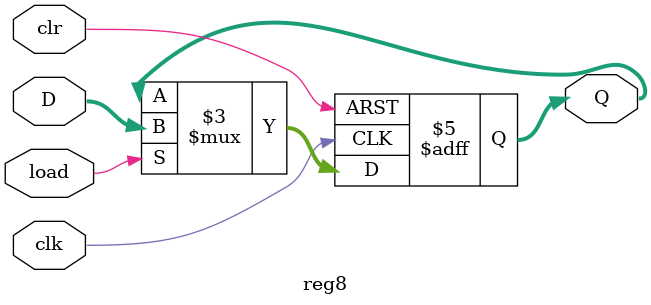
<source format=sv>
module reg8(
    input logic clk,
                clr, 
                load,
    input logic[7:0] D, 
    output logic [7:0] Q  
); 

    always_ff @( posedge clk,  posedge clr) 
    begin : flop_proc
        if(clr == 1'b1)
            Q <= '0;
        else 
            if(load)
                Q <= D;
    end
endmodule

</source>
